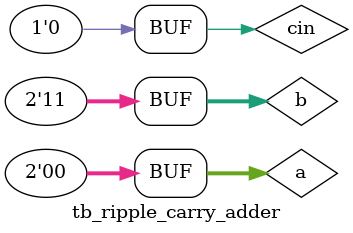
<source format=v>
module tb_ripple_carry_adder;
reg [1:0] a; // Define all I/O ports
reg [1:0] b;
reg cin;
wire [1:0] sum;
wire c_out;
// Map all th I/O ports with DUT
ripple_carry_adder uut (.a(a), .b(b), .cin(cin), .sum(sum), .c_out(c_out));

initial begin // Initialize the pins with different combination of inputs .
    a=2'b01 ; b=2'b11; cin =1'b1; # 100;
    a =2'b11; b=2'b11; cin =1'b1; # 100;
    a =2'b10; b=2'b01; cin =1'b0; # 100;
    a =2'b00; b=2'b11; cin =1'b0; # 100;
end // End of initial block

endmodule

</source>
